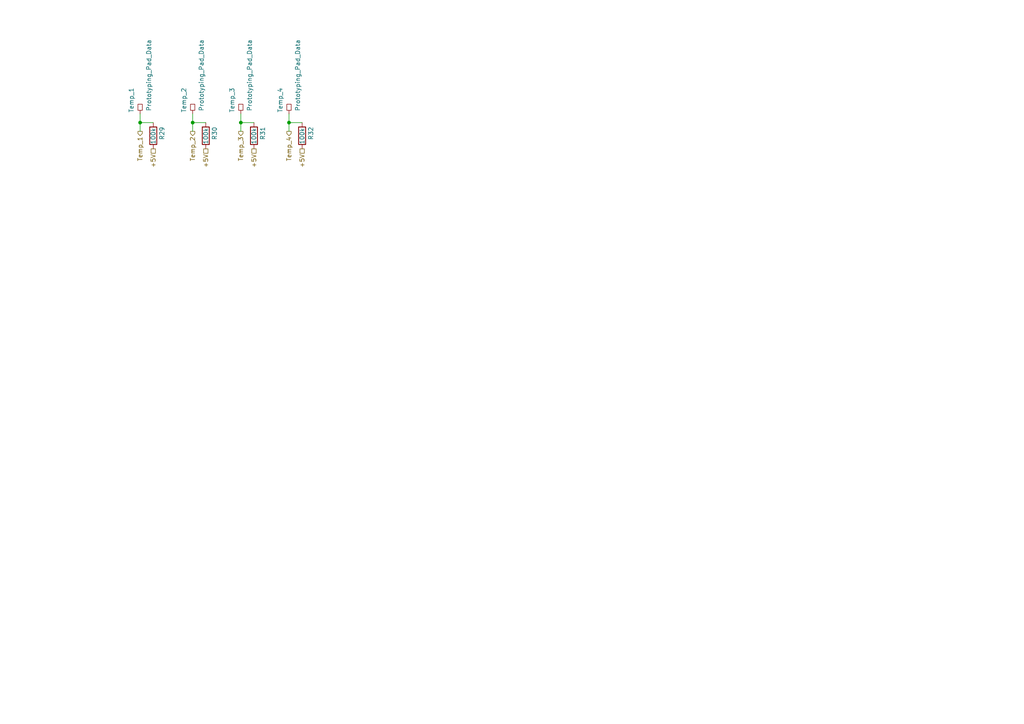
<source format=kicad_sch>
(kicad_sch (version 20230121) (generator eeschema)
  (paper "A4")
  (lib_symbols
    (symbol "BMS_lib:Prototyping_Pad_Data" (pin_numbers hide) (pin_names (offset 1.016))
      (property "Reference" "PAD" (at 4.826 0 0))
      (property "Value" "Prototyping_Pad_Data" (at 0.254 -1.778 0))
      (symbol "Prototyping_Pad_Data_0_1"
        (polyline (pts (xy 1.016 0) (xy 1.016 0.635) (xy 2.794 0.635) (xy 2.794 -0.635) (xy 1.016 -0.635) (xy 1.016 0)))
      )
      (symbol "Prototyping_Pad_Data_1_1"
        (pin passive line (at 0 0 0) (length 0.9906) (name "~") (number "1"))
      )
    )
    (symbol "Device:R" (pin_numbers hide) (pin_names (offset 0))
      (property "Reference" "R" (at 2.032 0 90))
      (property "Value" "R" (at 0 0 90))
      (symbol "R_0_1"
        (rectangle (start -1.016 -2.54) (end 1.016 2.54) (stroke (width 0.254)))
      )
      (symbol "R_1_1"
        (pin passive line (at 0 3.81 270) (length 1.27) (name "~") (number "1"))
        (pin passive line (at 0 -3.81 90) (length 1.27) (name "~") (number "2"))
      )
    )
  )
  (junction (at 69.85 35.56))
  (junction (at 55.88 35.56))
  (junction (at 40.64 35.56))
  (junction (at 83.82 35.56))
  (wire (pts (xy 40.64 33.02) (xy 40.64 35.56)))
  (wire (pts (xy 55.88 33.02) (xy 55.88 35.56)))
  (wire (pts (xy 69.85 35.56) (xy 73.66 35.56)))
  (wire (pts (xy 40.64 35.56) (xy 40.64 38.1)))
  (wire (pts (xy 69.85 35.56) (xy 69.85 38.1)))
  (wire (pts (xy 55.88 35.56) (xy 55.88 38.1)))
  (wire (pts (xy 69.85 33.02) (xy 69.85 35.56)))
  (wire (pts (xy 83.82 35.56) (xy 87.63 35.56)))
  (wire (pts (xy 40.64 35.56) (xy 44.45 35.56)))
  (wire (pts (xy 55.88 35.56) (xy 59.69 35.56)))
  (wire (pts (xy 83.82 33.02) (xy 83.82 35.56)))
  (wire (pts (xy 83.82 35.56) (xy 83.82 38.1)))
  (hierarchical_label "+5V" (shape passive) (at 44.45 43.18 270))
  (hierarchical_label "+5V" (shape passive) (at 59.69 43.18 270))
  (hierarchical_label "Temp_4" (shape output) (at 83.82 38.1 270))
  (hierarchical_label "+5V" (shape passive) (at 87.63 43.18 270))
  (hierarchical_label "Temp_3" (shape output) (at 69.85 38.1 270))
  (hierarchical_label "Temp_1" (shape output) (at 40.64 38.1 270))
  (hierarchical_label "+5V" (shape passive) (at 73.66 43.18 270))
  (hierarchical_label "Temp_2" (shape output) (at 55.88 38.1 270))
  (symbol (lib_id "Device:R") (at 44.45 39.37 0) (unit 1)
    (property "Reference" "R29" (at 46.99 40.64 90) (effects (justify left)))
    (property "Value" "100k" (at 44.45 41.91 90) (effects (justify left)))
  )
  (symbol (lib_id "BMS_lib:Prototyping_Pad_Data") (at 69.85 33.02 90) (unit 1)
    (property "Reference" "Temp_3" (at 67.31 25.4 0) (effects (justify right)))
    (property "Value" "Prototyping_Pad_Data" (at 72.39 11.43 0) (effects (justify right)))
    (property "Footprint" "BMS_lib:Prototyping_Pad_Data" (effects hide))
  )
  (symbol (lib_id "BMS_lib:Prototyping_Pad_Data") (at 55.88 33.02 90) (unit 1)
    (property "Reference" "Temp_2" (at 53.34 25.4 0) (effects (justify right)))
    (property "Value" "Prototyping_Pad_Data" (at 58.42 11.43 0) (effects (justify right)))
    (property "Footprint" "BMS_lib:Prototyping_Pad_Data" (effects hide))
  )
  (symbol (lib_id "BMS_lib:Prototyping_Pad_Data") (at 83.82 33.02 90) (unit 1)
    (property "Reference" "Temp_4" (at 81.28 25.4 0) (effects (justify right)))
    (property "Value" "Prototyping_Pad_Data" (at 86.36 11.43 0) (effects (justify right)))
    (property "Footprint" "BMS_lib:Prototyping_Pad_Data" (effects hide))
  )
  (symbol (lib_id "Device:R") (at 87.63 39.37 0) (unit 1)
    (property "Reference" "R32" (at 90.17 40.64 90) (effects (justify left)))
    (property "Value" "100k" (at 87.63 41.91 90) (effects (justify left)))
  )
  (symbol (lib_id "Device:R") (at 59.69 39.37 0) (unit 1)
    (property "Reference" "R30" (at 62.23 40.64 90) (effects (justify left)))
    (property "Value" "100k" (at 59.69 41.91 90) (effects (justify left)))
  )
  (symbol (lib_id "Device:R") (at 73.66 39.37 0) (unit 1)
    (property "Reference" "R31" (at 76.2 40.64 90) (effects (justify left)))
    (property "Value" "100k" (at 73.66 41.91 90) (effects (justify left)))
  )
  (symbol (lib_id "BMS_lib:Prototyping_Pad_Data") (at 40.64 33.02 90) (unit 1)
    (property "Reference" "Temp_1" (at 38.1 25.4 0) (effects (justify right)))
    (property "Value" "Prototyping_Pad_Data" (at 43.18 11.43 0) (effects (justify right)))
    (property "Footprint" "BMS_lib:Prototyping_Pad_Data" (effects hide))
  )
)
</source>
